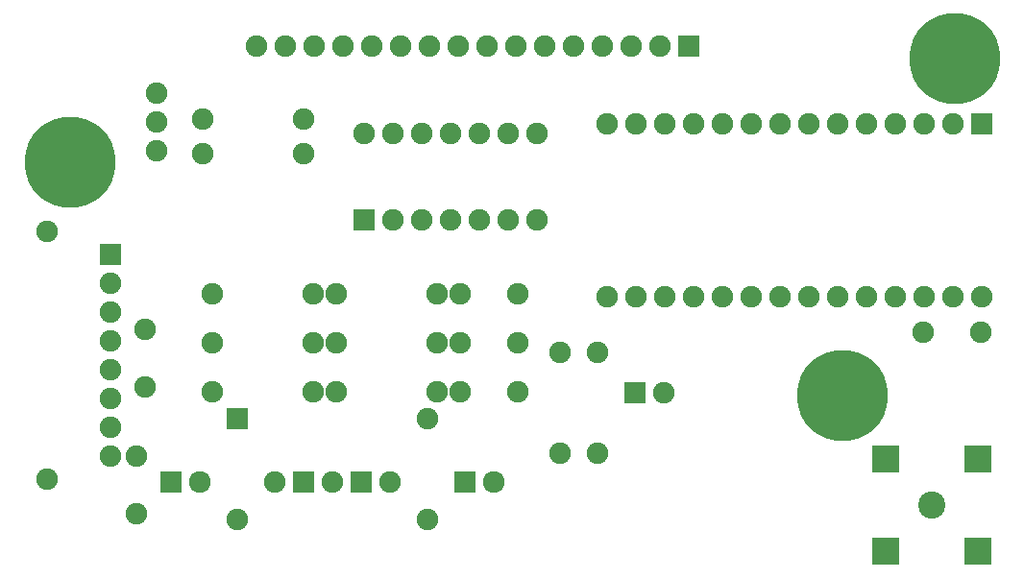
<source format=gts>
G04 #@! TF.FileFunction,Soldermask,Top*
%FSLAX46Y46*%
G04 Gerber Fmt 4.6, Leading zero omitted, Abs format (unit mm)*
G04 Created by KiCad (PCBNEW 4.0.7) date Thursday, 29 March 2018 'PMt' 03:09:51 PM*
%MOMM*%
%LPD*%
G01*
G04 APERTURE LIST*
%ADD10C,0.100000*%
%ADD11C,1.900000*%
%ADD12R,1.900000X1.900000*%
%ADD13R,2.400000X2.400000*%
%ADD14C,2.400000*%
%ADD15C,8.000000*%
%ADD16C,1.924000*%
%ADD17R,1.924000X1.900000*%
G04 APERTURE END LIST*
D10*
D11*
X173101000Y-104521000D03*
X178181000Y-104521000D03*
X173101000Y-100203000D03*
X178181000Y-100203000D03*
X173101000Y-95885000D03*
X178181000Y-95885000D03*
X218948000Y-99314000D03*
X213868000Y-99314000D03*
X145288000Y-99060000D03*
X145288000Y-104140000D03*
X144526000Y-110236000D03*
X144526000Y-115316000D03*
D12*
X153416000Y-106934000D03*
D11*
X153416000Y-115824000D03*
D13*
X210566000Y-118618000D03*
X210566000Y-110490000D03*
X218694000Y-118618000D03*
X218694000Y-110490000D03*
D14*
X214630000Y-114554000D03*
D11*
X146304000Y-83312000D03*
X146304000Y-80772000D03*
X146304000Y-78232000D03*
X151257000Y-104521000D03*
X160147000Y-104521000D03*
X162179000Y-104521000D03*
X171069000Y-104521000D03*
X151257000Y-100203000D03*
X160147000Y-100203000D03*
X162179000Y-100203000D03*
X171069000Y-100203000D03*
X151257000Y-95885000D03*
X160147000Y-95885000D03*
X162179000Y-95885000D03*
X171069000Y-95885000D03*
X150368000Y-80518000D03*
X159258000Y-80518000D03*
X150368000Y-83566000D03*
X159258000Y-83566000D03*
X185166000Y-109982000D03*
X185166000Y-101092000D03*
X181864000Y-101092000D03*
X181864000Y-109982000D03*
X170180000Y-106934000D03*
X170180000Y-115824000D03*
D12*
X164592000Y-89408000D03*
D11*
X167132000Y-89408000D03*
X169672000Y-89408000D03*
X172212000Y-89408000D03*
X174752000Y-89408000D03*
X177292000Y-89408000D03*
X179832000Y-89408000D03*
X179832000Y-81788000D03*
X177292000Y-81788000D03*
X174752000Y-81788000D03*
X172212000Y-81788000D03*
X169672000Y-81788000D03*
X167132000Y-81788000D03*
X164592000Y-81788000D03*
D12*
X193205100Y-74015600D03*
D11*
X190665100Y-74015600D03*
X188125100Y-74015600D03*
X185585100Y-74015600D03*
X183045100Y-74015600D03*
X180505100Y-74015600D03*
X177965100Y-74015600D03*
X175425100Y-74015600D03*
X172885100Y-74015600D03*
X170345100Y-74015600D03*
X167805100Y-74015600D03*
X165265100Y-74015600D03*
X162725100Y-74015600D03*
X160185100Y-74015600D03*
X157645100Y-74015600D03*
X155105100Y-74015600D03*
X142240000Y-110236000D03*
X142240000Y-107696000D03*
X142240000Y-105156000D03*
X142240000Y-102616000D03*
X142240000Y-100076000D03*
X142240000Y-97536000D03*
X142240000Y-94996000D03*
D12*
X142240000Y-92456000D03*
D15*
X216662000Y-75184000D03*
X138684000Y-84328000D03*
X206756000Y-104902000D03*
D12*
X188468000Y-104648000D03*
D11*
X191008000Y-104648000D03*
D12*
X219075000Y-80899000D03*
D11*
X216535000Y-80899000D03*
X213995000Y-80899000D03*
X211455000Y-80899000D03*
X208915000Y-80899000D03*
X206375000Y-80899000D03*
X203835000Y-80899000D03*
X201295000Y-80899000D03*
X198755000Y-80899000D03*
X196215000Y-80899000D03*
X193675000Y-80899000D03*
X191135000Y-80899000D03*
X188595000Y-80899000D03*
X186055000Y-80899000D03*
X186055000Y-96139000D03*
X188595000Y-96139000D03*
X191135000Y-96139000D03*
X193675000Y-96139000D03*
X196215000Y-96139000D03*
X198755000Y-96139000D03*
X201295000Y-96139000D03*
X203835000Y-96139000D03*
X206375000Y-96139000D03*
X208915000Y-96139000D03*
X211455000Y-96139000D03*
X213995000Y-96139000D03*
X216535000Y-96139000D03*
X219075000Y-96139000D03*
X136652000Y-112268000D03*
X136652000Y-90424000D03*
D12*
X147574000Y-112522000D03*
D16*
X150114000Y-112522000D03*
D12*
X173482000Y-112522000D03*
D16*
X176022000Y-112522000D03*
D11*
X156718000Y-112522000D03*
D17*
X159258000Y-112522000D03*
D11*
X166878000Y-112522000D03*
D17*
X164338000Y-112522000D03*
D11*
X161798000Y-112522000D03*
M02*

</source>
